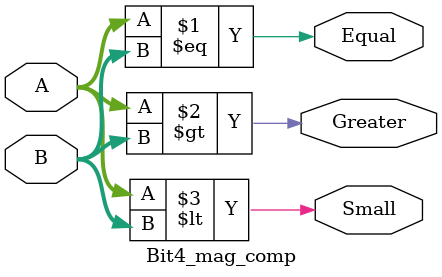
<source format=v>
module Bit4_mag_comp(Equal,Greater,Small,A,B);
    input [3:0]A,B;
    output  Equal,Greater,Small;
    assign Equal=(A==B);
    assign Greater=(A>B);
    assign Small=(A<B);
endmodule                                                                                                                                                        

</source>
